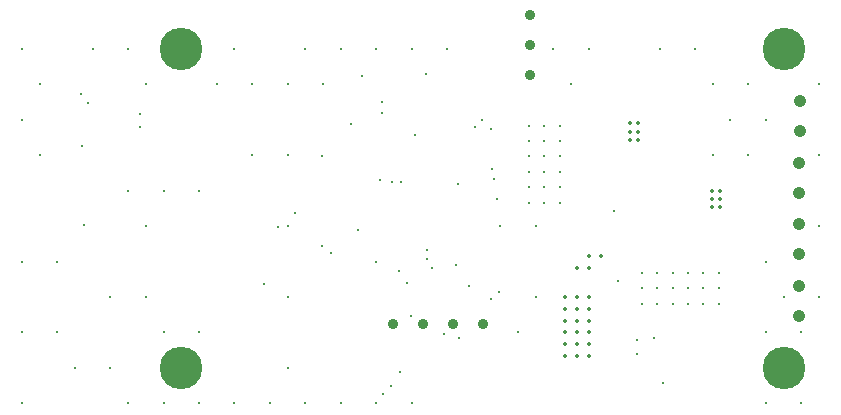
<source format=gbr>
%TF.GenerationSoftware,Altium Limited,Altium Designer,25.4.2 (15)*%
G04 Layer_Color=0*
%FSLAX45Y45*%
%MOMM*%
%TF.SameCoordinates,7A81EC90-EEC5-4681-87D9-92CB7B0FDDE2*%
%TF.FilePolarity,Positive*%
%TF.FileFunction,Plated,1,2,PTH,Drill*%
%TF.Part,Single*%
G01*
G75*
%TA.AperFunction,ComponentDrill*%
%ADD93C,0.90000*%
%ADD94C,0.90000*%
%ADD95C,1.05000*%
%TA.AperFunction,ViaDrill,NotFilled*%
%ADD96C,0.30000*%
%ADD97C,0.35000*%
%ADD98C,3.60000*%
D93*
X6999999Y12076000D02*
D03*
Y12330000D02*
D03*
Y12584000D02*
D03*
D94*
X6608000Y9975000D02*
D03*
X6354000D02*
D03*
X6100000D02*
D03*
X5846000D02*
D03*
D95*
X9290000Y11603000D02*
D03*
Y11857000D02*
D03*
X9280000Y11083000D02*
D03*
Y11337000D02*
D03*
Y10563000D02*
D03*
Y10817000D02*
D03*
X9280000Y10043000D02*
D03*
Y10297000D02*
D03*
D96*
X9449997Y11999996D02*
D03*
Y11399997D02*
D03*
Y10799997D02*
D03*
Y10199997D02*
D03*
X9299997Y9899997D02*
D03*
Y9299997D02*
D03*
X8999997Y11699996D02*
D03*
Y10499997D02*
D03*
X9149997Y10199997D02*
D03*
X8999997Y9899997D02*
D03*
Y9299997D02*
D03*
X8849997Y11999996D02*
D03*
X8699997Y11699996D02*
D03*
X8849997Y11399997D02*
D03*
X8399997Y12299996D02*
D03*
X8549997Y11999996D02*
D03*
Y11399997D02*
D03*
X8099998Y12299996D02*
D03*
X7499998D02*
D03*
X7199998D02*
D03*
X7349998Y11999996D02*
D03*
X7049998Y10799997D02*
D03*
Y10199997D02*
D03*
X6899998Y9899997D02*
D03*
X6599998Y11699996D02*
D03*
X6749998Y10799997D02*
D03*
X6299998Y12299996D02*
D03*
X5999998D02*
D03*
Y9299997D02*
D03*
X5699998Y12299996D02*
D03*
Y10499997D02*
D03*
X5399998Y12299996D02*
D03*
Y9299997D02*
D03*
X5099998Y12299996D02*
D03*
X5249998Y11999996D02*
D03*
X5099998Y9299997D02*
D03*
X4949998Y11999996D02*
D03*
Y11399997D02*
D03*
Y10799997D02*
D03*
Y10199997D02*
D03*
Y9599997D02*
D03*
X4799999Y9299997D02*
D03*
X4499999Y12299996D02*
D03*
X4649999Y11999996D02*
D03*
Y11399997D02*
D03*
X4499999Y9299997D02*
D03*
X4349999Y11999996D02*
D03*
X4199999Y11099997D02*
D03*
Y9899997D02*
D03*
Y9299997D02*
D03*
X3899999Y11099997D02*
D03*
Y9899997D02*
D03*
Y9299997D02*
D03*
X3599999Y12299996D02*
D03*
X3749999Y11999996D02*
D03*
X3599999Y11099997D02*
D03*
X3749999Y10799997D02*
D03*
Y10199997D02*
D03*
X3599999Y9299997D02*
D03*
X3299999Y12299996D02*
D03*
X3449999Y10199997D02*
D03*
Y9599997D02*
D03*
X2999999Y10499997D02*
D03*
Y9899997D02*
D03*
X3149999Y9599997D02*
D03*
X2699999Y12299996D02*
D03*
X2849999Y11999996D02*
D03*
X2699999Y11699996D02*
D03*
X2849999Y11399997D02*
D03*
X2699999Y10499997D02*
D03*
Y9899997D02*
D03*
Y9299997D02*
D03*
X3700000Y11640000D02*
D03*
Y11750000D02*
D03*
X3260000Y11840000D02*
D03*
X3200000Y11920000D02*
D03*
X3210000Y11480000D02*
D03*
X3230000Y10810000D02*
D03*
X5550000Y10770000D02*
D03*
X5010000Y10910000D02*
D03*
X5580000Y12072900D02*
D03*
X7710000Y10930000D02*
D03*
X5900000Y9564950D02*
D03*
X5830000Y9450000D02*
D03*
X5700000Y9300000D02*
D03*
X5760000Y9380000D02*
D03*
X6271255Y9883956D02*
D03*
X6402100Y9852400D02*
D03*
X6169535Y10444922D02*
D03*
X6485941Y10295941D02*
D03*
X5960000Y10320000D02*
D03*
X5240000Y11390000D02*
D03*
X5890000Y10417900D02*
D03*
X6130000Y10600000D02*
D03*
X6127100Y10520000D02*
D03*
X6700000Y11200000D02*
D03*
X6680000Y11280000D02*
D03*
X6389159Y11160396D02*
D03*
X6540000Y11640000D02*
D03*
X6670000Y11620000D02*
D03*
X5995209Y10043084D02*
D03*
X8130000Y9470000D02*
D03*
X6720941Y11030941D02*
D03*
X7125000Y11000000D02*
D03*
Y11130000D02*
D03*
Y11260000D02*
D03*
Y11390000D02*
D03*
Y11520000D02*
D03*
Y11650000D02*
D03*
X7255000Y11000000D02*
D03*
Y11130000D02*
D03*
Y11260000D02*
D03*
Y11390000D02*
D03*
Y11520000D02*
D03*
Y11650000D02*
D03*
X6995000Y11000000D02*
D03*
Y11130000D02*
D03*
Y11260000D02*
D03*
Y11390000D02*
D03*
Y11520000D02*
D03*
Y11650000D02*
D03*
X5910000Y11170000D02*
D03*
X7910000Y9840000D02*
D03*
X5830941Y11170941D02*
D03*
X5730000Y11190000D02*
D03*
X6740000Y10240000D02*
D03*
X7750000Y10340000D02*
D03*
X6670000Y10180000D02*
D03*
X7910000Y9720000D02*
D03*
X8050000Y9850000D02*
D03*
X5750000Y11760000D02*
D03*
X6124590Y12092100D02*
D03*
X5488658Y11661570D02*
D03*
X6030000Y11570000D02*
D03*
X4870000Y10790000D02*
D03*
X6379289Y10470000D02*
D03*
X5320000Y10570000D02*
D03*
X5240000Y10630000D02*
D03*
X5750389Y11847620D02*
D03*
X4750000Y10310000D02*
D03*
X7950000Y10275000D02*
D03*
X8080000D02*
D03*
X8210000D02*
D03*
X8340000D02*
D03*
X8470000D02*
D03*
X8600000D02*
D03*
X7950000Y10405000D02*
D03*
X8080000D02*
D03*
X8210000D02*
D03*
X8340000D02*
D03*
X8470000D02*
D03*
X8600000D02*
D03*
X7950000Y10145000D02*
D03*
X8080000D02*
D03*
X8210000D02*
D03*
X8340000D02*
D03*
X8470000D02*
D03*
X8600000D02*
D03*
D97*
X7500000Y9700000D02*
D03*
Y9800000D02*
D03*
Y9900000D02*
D03*
X7850000Y11670000D02*
D03*
X7920000D02*
D03*
X7850000Y11600000D02*
D03*
X7920000D02*
D03*
X7850000Y11530000D02*
D03*
X7920000D02*
D03*
X7600000Y10550000D02*
D03*
X7500000D02*
D03*
Y10450000D02*
D03*
X7400000D02*
D03*
X7300000Y9700000D02*
D03*
Y9800000D02*
D03*
Y9900000D02*
D03*
Y10000000D02*
D03*
X7400000Y9700000D02*
D03*
Y9800000D02*
D03*
Y9900000D02*
D03*
Y10000000D02*
D03*
X7500000D02*
D03*
Y10200000D02*
D03*
Y10100000D02*
D03*
X7400000D02*
D03*
Y10200000D02*
D03*
X7300000Y10100000D02*
D03*
Y10200000D02*
D03*
X8610000Y10960000D02*
D03*
X8540000D02*
D03*
X8610000Y11030000D02*
D03*
X8540000D02*
D03*
X8610000Y11100000D02*
D03*
X8540000D02*
D03*
D98*
X9150000Y12300000D02*
D03*
Y9600000D02*
D03*
X4050000Y9600000D02*
D03*
Y12300000D02*
D03*
%TF.MD5,9b951a1169f6e6a0fcca122f4477aa63*%
M02*

</source>
